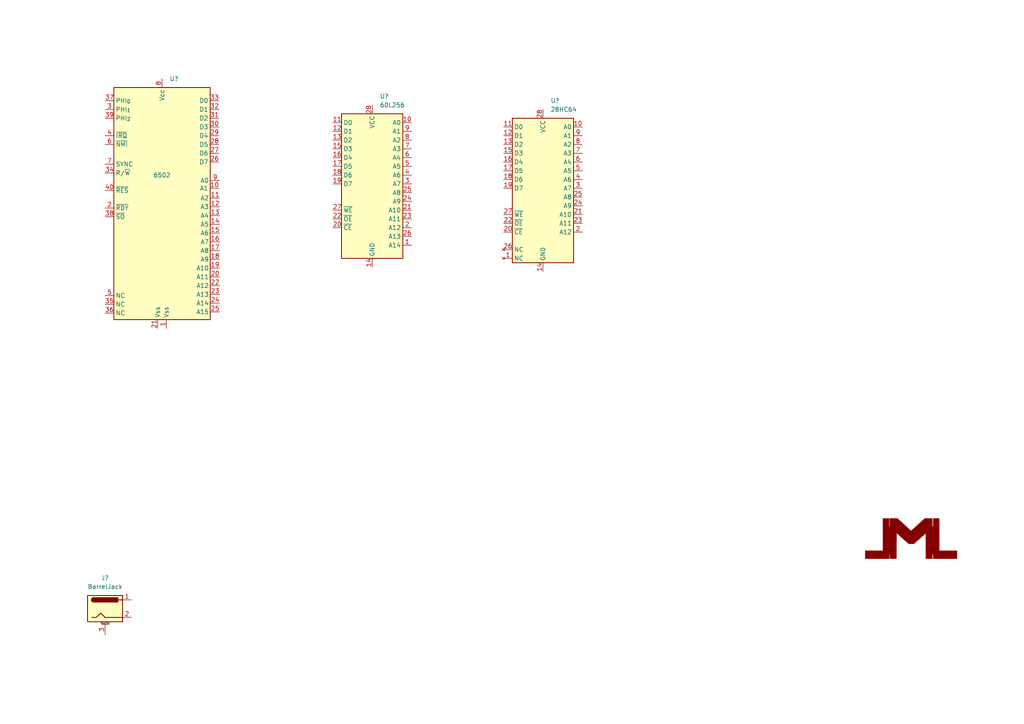
<source format=kicad_sch>
(kicad_sch (version 20230121) (generator eeschema)
  (paper "A4")
  (title_block (title "JML-6502-Mini Schematic") (date "2023-12-14") (rev "A") (company "https://github.com/jac-oblong/JML") (comment 1 "Design of 6502 based microcomputer") (comment 3 "Released under MIT License") (comment 4 "Created by: Jacob Long (https://github.com/jac-oblong)"))
  (lib_symbols
    (symbol "JML:6502"
      (property "Reference" "U" (at 0 0 0))
      (symbol "6502_1_1"
        (rectangle (start -13.97 25.4) (end 13.97 -41.91) (stroke (width 0.25)) (fill (type background)))
        (pin power_in line (at 1.27 -44.45 90) (length 2.54) (name "Vss") (number "1"))
        (pin output line (at 16.51 -3.81 180) (length 2.54) (name "A1") (number "10"))
        (pin output line (at 16.6761 -6.6461 180) (length 2.54) (name "A2") (number "11"))
        (pin output line (at 16.6761 -9.1861 180) (length 2.54) (name "A3") (number "12"))
        (pin output line (at 16.6761 -11.7261 180) (length 2.54) (name "A4") (number "13"))
        (pin output line (at 16.6761 -14.2661 180) (length 2.54) (name "A5") (number "14"))
        (pin output line (at 16.6761 -16.8061 180) (length 2.54) (name "A6") (number "15"))
        (pin output line (at 16.6761 -19.3461 180) (length 2.54) (name "A7") (number "16"))
        (pin output line (at 16.6761 -21.8861 180) (length 2.54) (name "A8") (number "17"))
        (pin output line (at 16.6761 -24.4261 180) (length 2.54) (name "A9") (number "18"))
        (pin output line (at 16.6761 -26.9661 180) (length 2.54) (name "A10") (number "19"))
        (pin input line (at -16.51 -9.525 0) (length 2.54) (name "~{RDY}") (number "2"))
        (pin output line (at 16.6761 -29.5061 180) (length 2.54) (name "A11") (number "20"))
        (pin power_in line (at -1.27 -44.45 90) (length 2.54) (name "Vss") (number "21"))
        (pin output line (at 16.6761 -32.0461 180) (length 2.54) (name "A12") (number "22"))
        (pin output line (at 16.6761 -34.5861 180) (length 2.54) (name "A13") (number "23"))
        (pin output line (at 16.6761 -37.1261 180) (length 2.54) (name "A14") (number "24"))
        (pin output line (at 16.6761 -39.6661 180) (length 2.54) (name "A15") (number "25"))
        (pin bidirectional line (at 16.51 3.81 180) (length 2.54) (name "D7") (number "26"))
        (pin bidirectional line (at 16.51 6.35 180) (length 2.54) (name "D6") (number "27"))
        (pin bidirectional line (at 16.51 8.89 180) (length 2.54) (name "D5") (number "28"))
        (pin bidirectional line (at 16.51 11.43 180) (length 2.54) (name "D4") (number "29"))
        (pin output line (at -16.51 19.05 0) (length 2.54) (name "PHI_{1}") (number "3"))
        (pin bidirectional line (at 16.51 13.97 180) (length 2.54) (name "D3") (number "30"))
        (pin bidirectional line (at 16.51 16.51 180) (length 2.54) (name "D2") (number "31"))
        (pin bidirectional line (at 16.51 19.05 180) (length 2.54) (name "D1") (number "32"))
        (pin bidirectional line (at 16.51 21.59 180) (length 2.54) (name "D0") (number "33"))
        (pin output line (at -16.51 0.635 0) (length 2.54) (name "R/~{W}") (number "34"))
        (pin free line (at -16.51 -37.465 0) (length 2.54) (name "NC") (number "35"))
        (pin free line (at -16.51 -40.005 0) (length 2.54) (name "NC") (number "36"))
        (pin input line (at -16.51 21.59 0) (length 2.54) (name "PHI_{0}") (number "37"))
        (pin input line (at -16.51 -12.065 0) (length 2.54) (name "~{SO}") (number "38"))
        (pin output line (at -16.51 16.51 0) (length 2.54) (name "PHI_{2}") (number "39"))
        (pin input line (at -16.51 11.43 0) (length 2.54) (name "~{IRQ}") (number "4"))
        (pin input line (at -16.51 -4.445 0) (length 2.54) (name "~{RES}") (number "40"))
        (pin free line (at -16.51 -34.925 0) (length 2.54) (name "NC") (number "5"))
        (pin input line (at -16.51 8.89 0) (length 2.54) (name "~{NMI}") (number "6"))
        (pin output line (at -16.51 3.175 0) (length 2.54) (name "SYNC") (number "7"))
        (pin power_in line (at 0 27.94 270) (length 2.54) (name "Vcc") (number "8"))
        (pin output line (at 16.6761 -1.5661 180) (length 2.54) (name "A0") (number "9"))
      )
    )
    (symbol "JML:AT28HC64B"
      (property "Reference" "U" (at -7.62 17.78 0))
      (property "Value" "28HC64" (at 5.08 -26.67 0))
      (symbol "AT28HC64B_1_1"
        (rectangle (start -8.89 16.51) (end 8.89 -25.4) (stroke (width 0.25)) (fill (type background)))
        (pin no_connect line (at -11.43 -24.13 0) (length 2.54) (name "NC") (number "1"))
        (pin input line (at 11.43 13.97 180) (length 2.54) (name "A0") (number "10"))
        (pin bidirectional line (at -11.43 13.97 0) (length 2.54) (name "D0") (number "11"))
        (pin bidirectional line (at -11.43 11.43 0) (length 2.54) (name "D1") (number "12"))
        (pin bidirectional line (at -11.43 8.89 0) (length 2.54) (name "D2") (number "13"))
        (pin power_in line (at 0 -27.94 90) (length 2.54) (name "GND") (number "14"))
        (pin bidirectional line (at -11.43 6.35 0) (length 2.54) (name "D3") (number "15"))
        (pin bidirectional line (at -11.43 3.81 0) (length 2.54) (name "D4") (number "16"))
        (pin bidirectional line (at -11.43 1.27 0) (length 2.54) (name "D5") (number "17"))
        (pin bidirectional line (at -11.43 -1.27 0) (length 2.54) (name "D6") (number "18"))
        (pin bidirectional line (at -11.43 -3.81 0) (length 2.54) (name "D7") (number "19"))
        (pin input line (at 11.43 -16.51 180) (length 2.54) (name "A12") (number "2"))
        (pin input line (at -11.43 -16.51 0) (length 2.54) (name "~{CE}") (number "20"))
        (pin input line (at 11.43 -11.43 180) (length 2.54) (name "A10") (number "21"))
        (pin input line (at -11.43 -13.97 0) (length 2.54) (name "~{OE}") (number "22"))
        (pin input line (at 11.43 -13.97 180) (length 2.54) (name "A11") (number "23"))
        (pin input line (at 11.43 -8.89 180) (length 2.54) (name "A9") (number "24"))
        (pin input line (at 11.43 -6.35 180) (length 2.54) (name "A8") (number "25"))
        (pin no_connect line (at -11.43 -21.59 0) (length 2.54) (name "NC") (number "26"))
        (pin input line (at -11.43 -11.43 0) (length 2.54) (name "~{WE}") (number "27"))
        (pin power_in line (at 0 19.05 270) (length 2.54) (name "VCC") (number "28"))
        (pin input line (at 11.43 -3.81 180) (length 2.54) (name "A7") (number "3"))
        (pin input line (at 11.43 -1.27 180) (length 2.54) (name "A6") (number "4"))
        (pin input line (at 11.43 1.27 180) (length 2.54) (name "A5") (number "5"))
        (pin input line (at 11.43 3.81 180) (length 2.54) (name "A4") (number "6"))
        (pin input line (at 11.43 6.35 180) (length 2.54) (name "A3") (number "7"))
        (pin input line (at 11.43 8.89 180) (length 2.54) (name "A2") (number "8"))
        (pin input line (at 11.43 11.43 180) (length 2.54) (name "A1") (number "9"))
      )
    )
    (symbol "JML:Barrel_Jack_MountingPin" (pin_names hide)
      (property "Reference" "J" (at 0 5.334 0))
      (property "Value" "BarrelJack" (at 1.27 -6.35 0))
      (symbol "Barrel_Jack_MountingPin_0_1"
        (rectangle (start -5.08 3.81) (end 5.08 -3.81) (stroke (width 0.254)) (fill (type background)))
        (arc (start -3.302 3.175) (mid -3.9343 2.54) (end -3.302 1.905) (stroke (width 0.254)))
        (arc (start -3.302 3.175) (mid -3.9343 2.54) (end -3.302 1.905) (stroke (width 0.254)) (fill (type outline)))
        (polyline (pts (xy 5.08 2.54) (xy 3.81 2.54)) (stroke (width 0.254)))
        (polyline (pts (xy -3.81 -2.54) (xy -2.54 -2.54) (xy -1.27 -1.27) (xy 0 -2.54) (xy 2.54 -2.54) (xy 5.08 -2.54)) (stroke (width 0.254)))
        (rectangle (start 3.683 3.175) (end -3.302 1.905) (stroke (width 0.254)) (fill (type outline)))
      )
      (symbol "Barrel_Jack_MountingPin_1_1"
        (polyline (pts (xy -1.016 -4.572) (xy 1.016 -4.572)) (stroke (width 0.1524)))
        (text "Mounting" (at 0 -4.191 0) (effects (font (size 0.381 0.381))))
        (pin passive line (at 7.62 2.54 180) (length 2.54) (name "~") (number "1"))
        (pin passive line (at 7.62 -2.54 180) (length 2.54) (name "~") (number "2"))
        (pin passive line (at 0 -7.62 90) (length 3.048) (name "MountPin") (number "3"))
      )
    )
    (symbol "JML:JML_Logo" (pin_names (offset 1.016))
      (symbol "JML_Logo_0_0"
        (polyline (pts (xy -7.5639 -5.2528) (xy -7.5639 -4.6692) (xy -7.4472 -4.6692) (xy -7.3305 -4.6692) (xy -7.3305 -5.2528) (xy -7.3305 -5.8364) (xy -6.3736 -5.8364) (xy -5.4167 -5.8364) (xy -5.4047 -2.098) (xy -5.3928 1.6404) (xy -4.3905 0.7385) (xy -4.181 0.5501) (xy -3.8508 0.2536) (xy -3.5091 -0.0529) (xy -3.1758 -0.3514) (xy -2.8715 -0.6237) (xy -2.6162 -0.8515) (xy -1.8443 -1.5396) (xy -1.1204 -1.5402) (xy -0.3966 -1.5409) (xy 1.3542 0.0075) (xy 3.105 1.5559) (xy 3.117 -2.1402) (xy 3.1289 -5.8364) (xy 4.0625 -5.8364) (xy 4.996 -5.8364) (xy 4.996 -5.2528) (xy 4.996 -4.6692) (xy 5.1127 -4.6692) (xy 5.2295 -4.6692) (xy 5.2295 -5.2528) (xy 5.2295 -5.8364) (xy 8.6846 -5.8364) (xy 12.1397 -5.8364) (xy 12.1397 -4.6692) (xy 12.1397 -3.5019) (xy 9.5717 -3.5019) (xy 7.0037 -3.5019) (xy 7.0037 1.1672) (xy 7.0037 5.8363) (xy 6.1166 5.8363) (xy 5.2295 5.8363) (xy 5.2295 4.6691) (xy 5.2295 3.5018) (xy 5.1127 3.5018) (xy 4.996 3.5018) (xy 4.996 4.6691) (xy 4.996 5.8363) (xy 3.8871 5.8359) (xy 2.7782 5.8355) (xy 0.8204 4.0383) (xy 0.5455 3.7862) (xy 0.1997 3.47) (xy -0.1208 3.1777) (xy -0.41 2.9149) (xy -0.6616 2.6873) (xy -0.8693 2.5005) (xy -1.0271 2.3602) (xy -1.1285 2.2718) (xy -1.1675 2.2411) (xy -1.1733 2.2433) (xy -1.2035 2.2646) (xy -1.2609 2.3119) (xy -1.3496 2.389) (xy -1.4739 2.4995) (xy -1.6378 2.6473) (xy -1.8454 2.8361) (xy -2.1009 3.0696) (xy -2.4084 3.3515) (xy -2.772 3.6857) (xy -3.1959 4.0758) (xy -3.6841 4.5257) (xy -3.8069 4.6388) (xy -4.0779 4.888) (xy -4.3301 5.1194) (xy -4.5537 5.3238) (xy -4.7385 5.4923) (xy -4.8747 5.6156) (xy -4.9522 5.6846) (xy -5.1275 5.8363) (xy -6.229 5.8363) (xy -7.3305 5.8363) (xy -7.3305 4.6691) (xy -7.3305 3.5018) (xy -7.4472 3.5018) (xy -7.5639 3.5018) (xy -7.5639 4.6691) (xy -7.5639 5.8363) (xy -8.4511 5.8363) (xy -9.3382 5.8363) (xy -9.3382 1.1672) (xy -9.3382 -3.5019) (xy -11.9062 -3.5019) (xy -14.4742 -3.5019) (xy -14.4742 -4.6692) (xy -14.4742 -5.8364) (xy -11.0191 -5.8364) (xy -7.5639 -5.8364) (xy -7.5639 -5.2528)) (stroke (width 0.01)) (fill (type outline)))
      )
    )
    (symbol "JML:MCM60L256AP85"
      (property "Reference" "U" (at -7.62 21.59 0))
      (property "Value" "60L256" (at 5.08 -22.86 0))
      (symbol "MCM60L256AP85_1_1"
        (rectangle (start -8.89 20.32) (end 8.89 -21.59) (stroke (width 0.25)) (fill (type background)))
        (pin input line (at 11.43 -17.78 180) (length 2.54) (name "A14") (number "1"))
        (pin input line (at 11.43 17.78 180) (length 2.54) (name "A0") (number "10"))
        (pin bidirectional line (at -11.43 17.78 0) (length 2.54) (name "D0") (number "11"))
        (pin bidirectional line (at -11.43 15.24 0) (length 2.54) (name "D1") (number "12"))
        (pin bidirectional line (at -11.43 12.7 0) (length 2.54) (name "D2") (number "13"))
        (pin power_in line (at 0 -24.13 90) (length 2.54) (name "GND") (number "14"))
        (pin bidirectional line (at -11.43 10.16 0) (length 2.54) (name "D3") (number "15"))
        (pin bidirectional line (at -11.43 7.62 0) (length 2.54) (name "D4") (number "16"))
        (pin bidirectional line (at -11.43 5.08 0) (length 2.54) (name "D5") (number "17"))
        (pin bidirectional line (at -11.43 2.54 0) (length 2.54) (name "D6") (number "18"))
        (pin bidirectional line (at -11.43 0 0) (length 2.54) (name "D7") (number "19"))
        (pin input line (at 11.43 -12.7 180) (length 2.54) (name "A12") (number "2"))
        (pin input line (at -11.43 -12.7 0) (length 2.54) (name "~{CE}") (number "20"))
        (pin input line (at 11.43 -7.62 180) (length 2.54) (name "A10") (number "21"))
        (pin input line (at -11.43 -10.16 0) (length 2.54) (name "~{OE}") (number "22"))
        (pin input line (at 11.43 -10.16 180) (length 2.54) (name "A11") (number "23"))
        (pin input line (at 11.43 -5.08 180) (length 2.54) (name "A9") (number "24"))
        (pin input line (at 11.43 -2.54 180) (length 2.54) (name "A8") (number "25"))
        (pin input line (at 11.43 -15.24 180) (length 2.54) (name "A13") (number "26"))
        (pin input line (at -11.43 -7.62 0) (length 2.54) (name "~{WE}") (number "27"))
        (pin power_in line (at 0 22.86 270) (length 2.54) (name "VCC") (number "28"))
        (pin input line (at 11.43 0 180) (length 2.54) (name "A7") (number "3"))
        (pin input line (at 11.43 2.54 180) (length 2.54) (name "A6") (number "4"))
        (pin input line (at 11.43 5.08 180) (length 2.54) (name "A5") (number "5"))
        (pin input line (at 11.43 7.62 180) (length 2.54) (name "A4") (number "6"))
        (pin input line (at 11.43 10.16 180) (length 2.54) (name "A3") (number "7"))
        (pin input line (at 11.43 12.7 180) (length 2.54) (name "A2") (number "8"))
        (pin input line (at 11.43 15.24 180) (length 2.54) (name "A1") (number "9"))
      )
    )
  )
  (symbol (lib_id "JML:AT28HC64B") (at 157.48 50.8 0) (unit 1)
    (property "Reference" "U?" (at 159.6741 29.21 0) (effects (justify left)))
    (property "Value" "28HC64" (at 159.6741 31.75 0) (effects (justify left)))
  )
  (symbol (lib_id "JML:MCM60L256AP85") (at 107.95 53.34 0) (unit 1)
    (property "Reference" "U?" (at 110.1441 27.94 0) (effects (justify left)))
    (property "Value" "60L256" (at 110.1441 30.48 0) (effects (justify left)))
  )
  (symbol (lib_id "JML:JML_Logo") (at 265.43 156.21 0) (unit 1)
    (property "Reference" "#G1" (effects hide))
    (property "Value" "JML_Logo" (effects hide))
  )
  (symbol (lib_id "JML:Barrel_Jack_MountingPin") (at 30.48 176.53 0) (unit 1)
    (property "Reference" "J?" (at 30.48 167.64 0))
    (property "Value" "BarrelJack" (at 30.48 170.18 0))
    (property "Footprint" "Connector_BarrelJack:BarrelJack_Horizontal" (effects hide))
  )
  (symbol (lib_id "JML:6502") (at 46.99 50.8 0) (unit 1)
    (property "Reference" "U?" (at 49.1841 22.86 0) (effects (justify left)))
    (property "Value" "6502" (at 46.99 50.8 0))
  )
)
</source>
